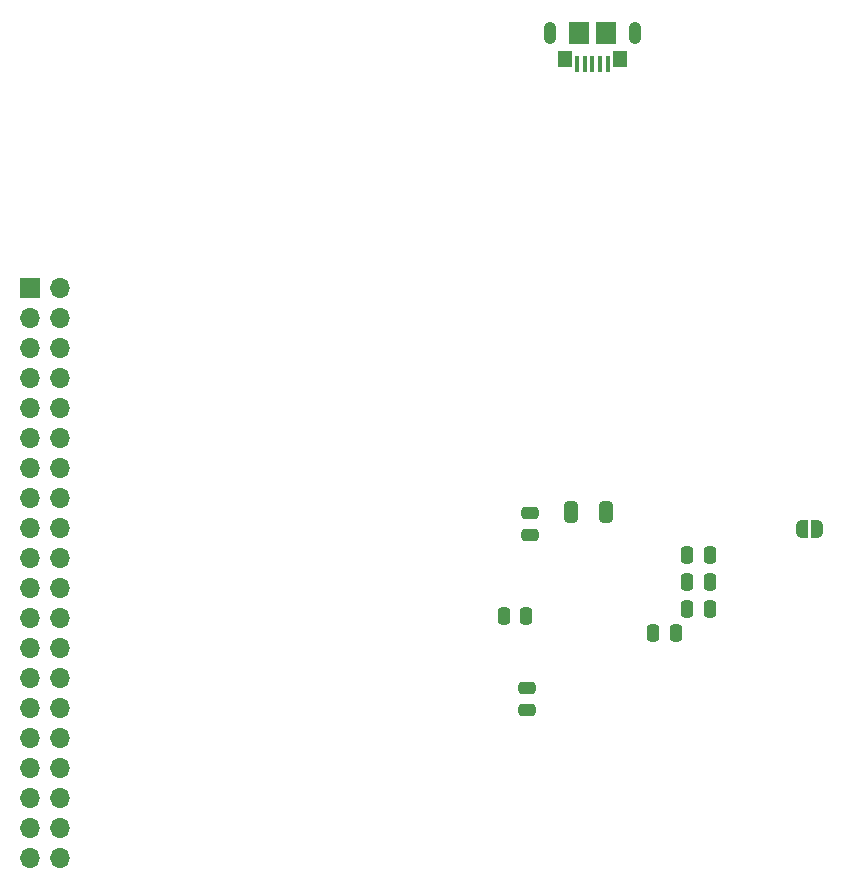
<source format=gbr>
%TF.GenerationSoftware,KiCad,Pcbnew,6.0.11-3.fc37*%
%TF.CreationDate,2023-03-10T11:04:47-06:00*%
%TF.ProjectId,ESP32,45535033-322e-46b6-9963-61645f706362,rev?*%
%TF.SameCoordinates,Original*%
%TF.FileFunction,Soldermask,Bot*%
%TF.FilePolarity,Negative*%
%FSLAX46Y46*%
G04 Gerber Fmt 4.6, Leading zero omitted, Abs format (unit mm)*
G04 Created by KiCad (PCBNEW 6.0.11-3.fc37) date 2023-03-10 11:04:47*
%MOMM*%
%LPD*%
G01*
G04 APERTURE LIST*
G04 Aperture macros list*
%AMRoundRect*
0 Rectangle with rounded corners*
0 $1 Rounding radius*
0 $2 $3 $4 $5 $6 $7 $8 $9 X,Y pos of 4 corners*
0 Add a 4 corners polygon primitive as box body*
4,1,4,$2,$3,$4,$5,$6,$7,$8,$9,$2,$3,0*
0 Add four circle primitives for the rounded corners*
1,1,$1+$1,$2,$3*
1,1,$1+$1,$4,$5*
1,1,$1+$1,$6,$7*
1,1,$1+$1,$8,$9*
0 Add four rect primitives between the rounded corners*
20,1,$1+$1,$2,$3,$4,$5,0*
20,1,$1+$1,$4,$5,$6,$7,0*
20,1,$1+$1,$6,$7,$8,$9,0*
20,1,$1+$1,$8,$9,$2,$3,0*%
%AMFreePoly0*
4,1,22,0.500000,-0.750000,0.000000,-0.750000,0.000000,-0.745033,-0.079941,-0.743568,-0.215256,-0.701293,-0.333266,-0.622738,-0.424486,-0.514219,-0.481581,-0.384460,-0.499164,-0.250000,-0.500000,-0.250000,-0.500000,0.250000,-0.499164,0.250000,-0.499963,0.256109,-0.478152,0.396186,-0.417904,0.524511,-0.324060,0.630769,-0.204165,0.706417,-0.067858,0.745374,0.000000,0.744959,0.000000,0.750000,
0.500000,0.750000,0.500000,-0.750000,0.500000,-0.750000,$1*%
%AMFreePoly1*
4,1,20,0.000000,0.744959,0.073905,0.744508,0.209726,0.703889,0.328688,0.626782,0.421226,0.519385,0.479903,0.390333,0.500000,0.250000,0.500000,-0.250000,0.499851,-0.262216,0.476331,-0.402017,0.414519,-0.529596,0.319384,-0.634700,0.198574,-0.708877,0.061801,-0.746166,0.000000,-0.745033,0.000000,-0.750000,-0.500000,-0.750000,-0.500000,0.750000,0.000000,0.750000,0.000000,0.744959,
0.000000,0.744959,$1*%
G04 Aperture macros list end*
%ADD10R,1.700000X1.700000*%
%ADD11O,1.700000X1.700000*%
%ADD12FreePoly0,0.000000*%
%ADD13FreePoly1,0.000000*%
%ADD14RoundRect,0.250000X0.325000X0.650000X-0.325000X0.650000X-0.325000X-0.650000X0.325000X-0.650000X0*%
%ADD15RoundRect,0.250000X-0.250000X-0.475000X0.250000X-0.475000X0.250000X0.475000X-0.250000X0.475000X0*%
%ADD16RoundRect,0.250000X0.475000X-0.250000X0.475000X0.250000X-0.475000X0.250000X-0.475000X-0.250000X0*%
%ADD17R,0.400000X1.400000*%
%ADD18O,1.050000X1.900000*%
%ADD19R,1.750000X1.900000*%
%ADD20R,1.150000X1.450000*%
%ADD21RoundRect,0.250000X0.250000X0.475000X-0.250000X0.475000X-0.250000X-0.475000X0.250000X-0.475000X0*%
%ADD22RoundRect,0.250000X-0.475000X0.250000X-0.475000X-0.250000X0.475000X-0.250000X0.475000X0.250000X0*%
G04 APERTURE END LIST*
D10*
%TO.C,J1*%
X22400000Y-43000000D03*
D11*
X24940000Y-43000000D03*
X22400000Y-45540000D03*
X24940000Y-45540000D03*
X22400000Y-48080000D03*
X24940000Y-48080000D03*
X22400000Y-50620000D03*
X24940000Y-50620000D03*
X22400000Y-53160000D03*
X24940000Y-53160000D03*
X22400000Y-55700000D03*
X24940000Y-55700000D03*
X22400000Y-58240000D03*
X24940000Y-58240000D03*
X22400000Y-60780000D03*
X24940000Y-60780000D03*
X22400000Y-63320000D03*
X24940000Y-63320000D03*
X22400000Y-65860000D03*
X24940000Y-65860000D03*
X22400000Y-68400000D03*
X24940000Y-68400000D03*
X22400000Y-70940000D03*
X24940000Y-70940000D03*
X22400000Y-73480000D03*
X24940000Y-73480000D03*
X22400000Y-76020000D03*
X24940000Y-76020000D03*
X22400000Y-78560000D03*
X24940000Y-78560000D03*
X22400000Y-81100000D03*
X24940000Y-81100000D03*
X22400000Y-83640000D03*
X24940000Y-83640000D03*
X22400000Y-86180000D03*
X24940000Y-86180000D03*
X22400000Y-88720000D03*
X24940000Y-88720000D03*
X22400000Y-91260000D03*
X24940000Y-91260000D03*
%TD*%
D12*
%TO.C,JP1*%
X87750000Y-63400000D03*
D13*
X89050000Y-63400000D03*
%TD*%
D14*
%TO.C,C16*%
X71175000Y-62000000D03*
X68225000Y-62000000D03*
%TD*%
D15*
%TO.C,C14*%
X75150000Y-72200000D03*
X77050000Y-72200000D03*
%TD*%
D16*
%TO.C,C7*%
X64700000Y-63950000D03*
X64700000Y-62050000D03*
%TD*%
D17*
%TO.C,J2*%
X68700000Y-24050000D03*
X69350000Y-24050000D03*
X70000000Y-24050000D03*
X70650000Y-24050000D03*
X71300000Y-24050000D03*
D18*
X73575000Y-21400000D03*
X66425000Y-21400000D03*
D19*
X68875000Y-21400000D03*
D20*
X67680000Y-23630000D03*
D19*
X71125000Y-21400000D03*
D20*
X72320000Y-23630000D03*
%TD*%
D15*
%TO.C,C2*%
X78050000Y-65600000D03*
X79950000Y-65600000D03*
%TD*%
D21*
%TO.C,C4*%
X64422936Y-70800000D03*
X62522936Y-70800000D03*
%TD*%
D15*
%TO.C,C6*%
X78050000Y-70200000D03*
X79950000Y-70200000D03*
%TD*%
D22*
%TO.C,C13*%
X64500000Y-76850000D03*
X64500000Y-78750000D03*
%TD*%
D15*
%TO.C,C1*%
X78050000Y-67900000D03*
X79950000Y-67900000D03*
%TD*%
M02*

</source>
